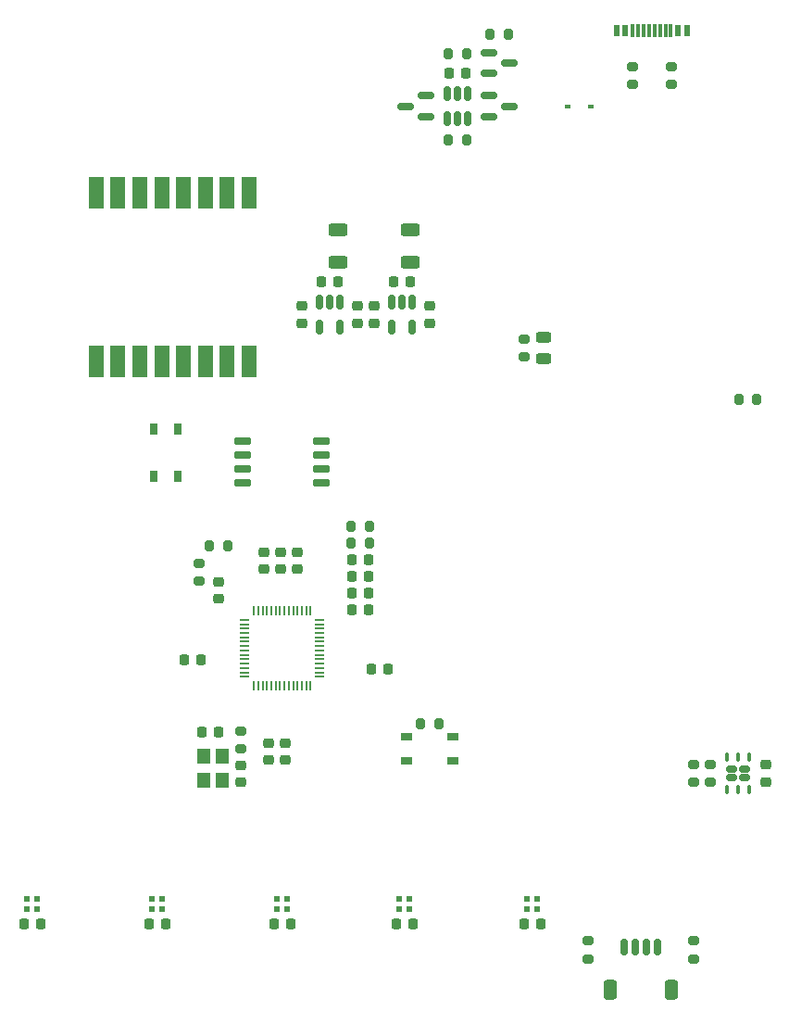
<source format=gtp>
%TF.GenerationSoftware,KiCad,Pcbnew,(7.0.0-rc2-208-g52b07b8bac)*%
%TF.CreationDate,2023-02-12T15:55:42-08:00*%
%TF.ProjectId,home-automation-sensor-lora,686f6d65-2d61-4757-946f-6d6174696f6e,rev?*%
%TF.SameCoordinates,Original*%
%TF.FileFunction,Paste,Top*%
%TF.FilePolarity,Positive*%
%FSLAX46Y46*%
G04 Gerber Fmt 4.6, Leading zero omitted, Abs format (unit mm)*
G04 Created by KiCad (PCBNEW (7.0.0-rc2-208-g52b07b8bac)) date 2023-02-12 15:55:42*
%MOMM*%
%LPD*%
G01*
G04 APERTURE LIST*
G04 Aperture macros list*
%AMRoundRect*
0 Rectangle with rounded corners*
0 $1 Rounding radius*
0 $2 $3 $4 $5 $6 $7 $8 $9 X,Y pos of 4 corners*
0 Add a 4 corners polygon primitive as box body*
4,1,4,$2,$3,$4,$5,$6,$7,$8,$9,$2,$3,0*
0 Add four circle primitives for the rounded corners*
1,1,$1+$1,$2,$3*
1,1,$1+$1,$4,$5*
1,1,$1+$1,$6,$7*
1,1,$1+$1,$8,$9*
0 Add four rect primitives between the rounded corners*
20,1,$1+$1,$2,$3,$4,$5,0*
20,1,$1+$1,$4,$5,$6,$7,0*
20,1,$1+$1,$6,$7,$8,$9,0*
20,1,$1+$1,$8,$9,$2,$3,0*%
G04 Aperture macros list end*
%ADD10RoundRect,0.200000X0.200000X0.275000X-0.200000X0.275000X-0.200000X-0.275000X0.200000X-0.275000X0*%
%ADD11RoundRect,0.150000X-0.150000X0.512500X-0.150000X-0.512500X0.150000X-0.512500X0.150000X0.512500X0*%
%ADD12R,0.650000X1.050000*%
%ADD13RoundRect,0.200000X-0.275000X0.200000X-0.275000X-0.200000X0.275000X-0.200000X0.275000X0.200000X0*%
%ADD14RoundRect,0.200000X-0.200000X-0.275000X0.200000X-0.275000X0.200000X0.275000X-0.200000X0.275000X0*%
%ADD15O,0.875000X0.200000*%
%ADD16O,0.200000X0.875000*%
%ADD17RoundRect,0.225000X-0.225000X-0.250000X0.225000X-0.250000X0.225000X0.250000X-0.225000X0.250000X0*%
%ADD18R,0.600000X1.030000*%
%ADD19R,0.300000X1.150000*%
%ADD20RoundRect,0.225000X0.250000X-0.225000X0.250000X0.225000X-0.250000X0.225000X-0.250000X-0.225000X0*%
%ADD21R,0.550000X0.550000*%
%ADD22RoundRect,0.225000X0.225000X0.250000X-0.225000X0.250000X-0.225000X-0.250000X0.225000X-0.250000X0*%
%ADD23R,1.200000X1.400000*%
%ADD24RoundRect,0.250000X-0.625000X0.312500X-0.625000X-0.312500X0.625000X-0.312500X0.625000X0.312500X0*%
%ADD25RoundRect,0.150000X-0.650000X-0.150000X0.650000X-0.150000X0.650000X0.150000X-0.650000X0.150000X0*%
%ADD26RoundRect,0.200000X0.275000X-0.200000X0.275000X0.200000X-0.275000X0.200000X-0.275000X-0.200000X0*%
%ADD27R,0.600000X0.450000*%
%ADD28RoundRect,0.150000X0.335000X-0.150000X0.335000X0.150000X-0.335000X0.150000X-0.335000X-0.150000X0*%
%ADD29RoundRect,0.100000X0.100000X-0.300000X0.100000X0.300000X-0.100000X0.300000X-0.100000X-0.300000X0*%
%ADD30RoundRect,0.150000X-0.150000X-0.625000X0.150000X-0.625000X0.150000X0.625000X-0.150000X0.625000X0*%
%ADD31RoundRect,0.250000X-0.350000X-0.650000X0.350000X-0.650000X0.350000X0.650000X-0.350000X0.650000X0*%
%ADD32RoundRect,0.150000X0.150000X-0.512500X0.150000X0.512500X-0.150000X0.512500X-0.150000X-0.512500X0*%
%ADD33RoundRect,0.150000X-0.587500X-0.150000X0.587500X-0.150000X0.587500X0.150000X-0.587500X0.150000X0*%
%ADD34R,1.400000X3.000000*%
%ADD35RoundRect,0.225000X-0.250000X0.225000X-0.250000X-0.225000X0.250000X-0.225000X0.250000X0.225000X0*%
%ADD36RoundRect,0.243750X0.456250X-0.243750X0.456250X0.243750X-0.456250X0.243750X-0.456250X-0.243750X0*%
%ADD37R,1.050000X0.650000*%
%ADD38RoundRect,0.150000X0.587500X0.150000X-0.587500X0.150000X-0.587500X-0.150000X0.587500X-0.150000X0*%
G04 APERTURE END LIST*
D10*
X178666001Y-83853001D03*
X177016001Y-83853001D03*
D11*
X182601001Y-63411501D03*
X181651001Y-63411501D03*
X180701001Y-63411501D03*
X180701001Y-65686501D03*
X182601001Y-65686501D03*
D12*
X158958000Y-79288000D03*
X158958000Y-75022000D03*
X161164000Y-79288000D03*
X161164000Y-75022000D03*
D13*
X208321001Y-105634001D03*
X208321001Y-107284001D03*
D14*
X185906001Y-48547001D03*
X187556001Y-48547001D03*
D15*
X167291500Y-92429000D03*
X167291500Y-92829000D03*
X167291500Y-93229000D03*
X167291500Y-93629000D03*
X167291500Y-94029000D03*
X167291500Y-94429000D03*
X167291500Y-94829000D03*
X167291500Y-95229000D03*
X167291500Y-95629000D03*
X167291500Y-96029000D03*
X167291500Y-96429000D03*
X167291500Y-96829000D03*
X167291500Y-97229000D03*
X167291500Y-97629000D03*
D16*
X168129000Y-98466500D03*
X168529000Y-98466500D03*
X168929000Y-98466500D03*
X169329000Y-98466500D03*
X169729000Y-98466500D03*
X170129000Y-98466500D03*
X170529000Y-98466500D03*
X170929000Y-98466500D03*
X171329000Y-98466500D03*
X171729000Y-98466500D03*
X172129000Y-98466500D03*
X172529000Y-98466500D03*
X172929000Y-98466500D03*
X173329000Y-98466500D03*
D15*
X174166500Y-97629000D03*
X174166500Y-97229000D03*
X174166500Y-96829000D03*
X174166500Y-96429000D03*
X174166500Y-96029000D03*
X174166500Y-95629000D03*
X174166500Y-95229000D03*
X174166500Y-94829000D03*
X174166500Y-94429000D03*
X174166500Y-94029000D03*
X174166500Y-93629000D03*
X174166500Y-93229000D03*
X174166500Y-92829000D03*
X174166500Y-92429000D03*
D16*
X173329000Y-91591500D03*
X172929000Y-91591500D03*
X172529000Y-91591500D03*
X172129000Y-91591500D03*
X171729000Y-91591500D03*
X171329000Y-91591500D03*
X170929000Y-91591500D03*
X170529000Y-91591500D03*
X170129000Y-91591500D03*
X169729000Y-91591500D03*
X169329000Y-91591500D03*
X168929000Y-91591500D03*
X168529000Y-91591500D03*
X168129000Y-91591500D03*
D17*
X177066001Y-89949001D03*
X178616001Y-89949001D03*
D18*
X207711000Y-38630000D03*
X206911000Y-38630000D03*
D19*
X205761000Y-38570000D03*
X204761000Y-38570000D03*
X204261000Y-38570000D03*
X203261000Y-38570000D03*
D18*
X201311000Y-38630000D03*
X202111000Y-38630000D03*
D19*
X202761000Y-38570000D03*
X203761000Y-38570000D03*
X205261000Y-38570000D03*
X206261000Y-38570000D03*
D20*
X184191001Y-65324001D03*
X184191001Y-63774001D03*
D21*
X159774000Y-117922000D03*
X158824000Y-117922000D03*
X158824000Y-118872000D03*
X159774000Y-118872000D03*
D22*
X163301002Y-96045001D03*
X161751002Y-96045001D03*
D20*
X172126001Y-87803001D03*
X172126001Y-86253001D03*
D23*
X165229000Y-107065999D03*
X165229000Y-104865999D03*
X163529000Y-104865999D03*
X163529000Y-107065999D03*
D14*
X189716001Y-38895001D03*
X191366001Y-38895001D03*
D20*
X164913601Y-90485000D03*
X164913601Y-88935000D03*
D24*
X182413001Y-56798001D03*
X182413001Y-59723001D03*
D21*
X171204000Y-117922000D03*
X170254000Y-117922000D03*
X170254000Y-118872000D03*
X171204000Y-118872000D03*
D14*
X212449001Y-72296001D03*
X214099001Y-72296001D03*
D20*
X170602001Y-87803001D03*
X170602001Y-86253001D03*
D24*
X175809001Y-56798001D03*
X175809001Y-59723001D03*
D25*
X167129001Y-76106001D03*
X167129001Y-77376001D03*
X167129001Y-78646001D03*
X167129001Y-79916001D03*
X174329001Y-79916001D03*
X174329001Y-78646001D03*
X174329001Y-77376001D03*
X174329001Y-76106001D03*
D26*
X198701001Y-123426351D03*
X198701001Y-121776351D03*
D20*
X179111001Y-65324001D03*
X179111001Y-63774001D03*
D17*
X177066001Y-91473001D03*
X178616001Y-91473001D03*
D27*
X196857000Y-45499000D03*
X198957000Y-45499000D03*
D17*
X169954001Y-120175001D03*
X171504001Y-120175001D03*
D20*
X169078001Y-87803001D03*
X169078001Y-86253001D03*
D17*
X177066001Y-86901001D03*
X178616001Y-86901001D03*
D28*
X211785001Y-106834001D03*
X212985001Y-106834001D03*
X211785001Y-106084001D03*
X212985001Y-106084001D03*
D29*
X211385001Y-107909001D03*
X212385001Y-107909001D03*
X213385001Y-107909001D03*
X213385001Y-105009001D03*
X212385001Y-105009001D03*
X211385001Y-105009001D03*
D30*
X202003001Y-122352651D03*
X203003001Y-122352651D03*
X204003001Y-122352651D03*
D31*
X200703002Y-126227651D03*
D30*
X205003001Y-122352651D03*
D31*
X206303000Y-126227651D03*
D32*
X185781001Y-46636501D03*
X186731001Y-46636501D03*
X187681001Y-46636501D03*
X187681001Y-44361501D03*
X186731001Y-44361501D03*
X185781001Y-44361501D03*
D13*
X202733001Y-41880001D03*
X202733001Y-43530001D03*
D17*
X178844001Y-96934001D03*
X180394001Y-96934001D03*
D11*
X175997001Y-63411501D03*
X175047001Y-63411501D03*
X174097001Y-63411501D03*
X174097001Y-65686501D03*
X175997001Y-65686501D03*
D20*
X172507001Y-65324001D03*
X172507001Y-63774001D03*
D17*
X158524001Y-120175001D03*
X160074001Y-120175001D03*
D33*
X189603501Y-40612001D03*
X189603501Y-42512001D03*
X191478501Y-41562001D03*
D21*
X194064000Y-117922000D03*
X193114000Y-117922000D03*
X193114000Y-118872000D03*
X194064000Y-118872000D03*
D34*
X153700651Y-68781633D03*
X155700651Y-68781633D03*
X157700651Y-68781633D03*
X159700651Y-68781633D03*
X161700651Y-68781633D03*
X163700651Y-68781633D03*
X165700651Y-68781633D03*
X167700651Y-68781633D03*
X167700651Y-53381633D03*
X165700651Y-53381633D03*
X163700651Y-53381633D03*
X161700651Y-53381633D03*
X159700651Y-53381633D03*
X157700651Y-53381633D03*
X155700651Y-53381633D03*
X153700651Y-53381633D03*
D35*
X170983001Y-103680000D03*
X170983001Y-105230000D03*
D22*
X182426001Y-61501001D03*
X180876001Y-61501001D03*
D17*
X177066001Y-88425001D03*
X178616001Y-88425001D03*
D13*
X166919001Y-102601000D03*
X166919001Y-104251000D03*
D35*
X166919001Y-105699000D03*
X166919001Y-107249000D03*
D22*
X187506001Y-42451001D03*
X185956001Y-42451001D03*
X175822001Y-61501001D03*
X174272001Y-61501001D03*
D10*
X187556001Y-40673001D03*
X185906001Y-40673001D03*
D36*
X194605001Y-68534501D03*
X194605001Y-66659501D03*
D37*
X186324000Y-105276000D03*
X182058000Y-105276000D03*
X186324000Y-103070000D03*
X182058000Y-103070000D03*
D21*
X182380000Y-117922000D03*
X181430000Y-117922000D03*
X181430000Y-118872000D03*
X182380000Y-118872000D03*
D17*
X147094001Y-120175001D03*
X148644001Y-120175001D03*
D26*
X163135601Y-88896201D03*
X163135601Y-87246201D03*
D20*
X177587001Y-65324001D03*
X177587001Y-63774001D03*
D26*
X208353001Y-123426351D03*
X208353001Y-121776351D03*
D13*
X206289001Y-41880001D03*
X206289001Y-43530001D03*
D22*
X164900001Y-102664000D03*
X163350001Y-102664000D03*
D14*
X164088601Y-85671401D03*
X165738601Y-85671401D03*
X183366001Y-101887001D03*
X185016001Y-101887001D03*
D26*
X192827001Y-68422001D03*
X192827001Y-66772001D03*
X209845001Y-107284001D03*
X209845001Y-105634001D03*
D17*
X181130001Y-120175001D03*
X182680001Y-120175001D03*
D33*
X189603501Y-44549001D03*
X189603501Y-46449001D03*
X191478501Y-45499001D03*
D21*
X148344000Y-117922000D03*
X147394000Y-117922000D03*
X147394000Y-118872000D03*
X148344000Y-118872000D03*
D35*
X214925001Y-105684001D03*
X214925001Y-107234001D03*
D17*
X192814001Y-120175001D03*
X194364001Y-120175001D03*
D10*
X178666001Y-85377001D03*
X177016001Y-85377001D03*
D35*
X169459001Y-103680000D03*
X169459001Y-105230000D03*
D38*
X183858501Y-46449001D03*
X183858501Y-44549001D03*
X181983501Y-45499001D03*
M02*

</source>
